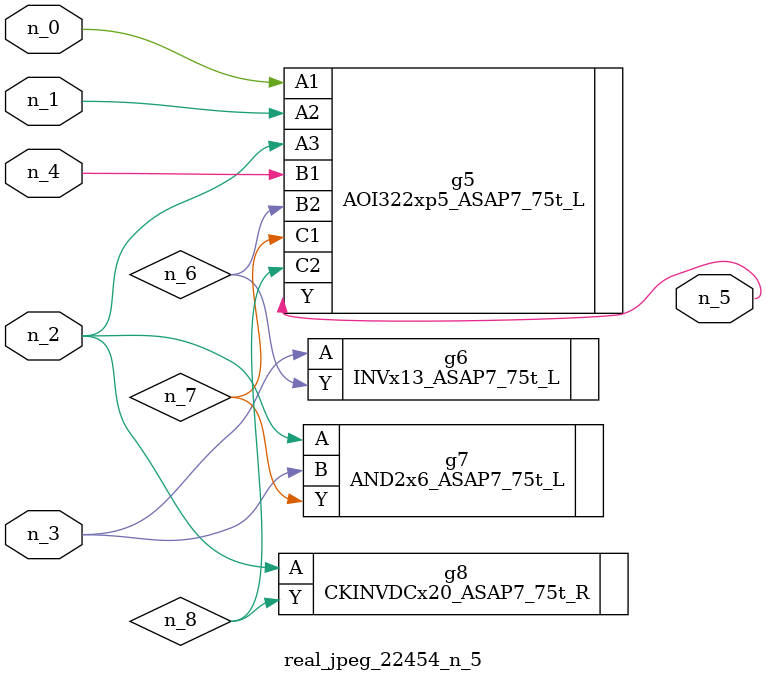
<source format=v>
module real_jpeg_22454_n_5 (n_4, n_0, n_1, n_2, n_3, n_5);

input n_4;
input n_0;
input n_1;
input n_2;
input n_3;

output n_5;

wire n_8;
wire n_6;
wire n_7;

AOI322xp5_ASAP7_75t_L g5 ( 
.A1(n_0),
.A2(n_1),
.A3(n_2),
.B1(n_4),
.B2(n_6),
.C1(n_7),
.C2(n_8),
.Y(n_5)
);

AND2x6_ASAP7_75t_L g7 ( 
.A(n_2),
.B(n_3),
.Y(n_7)
);

CKINVDCx20_ASAP7_75t_R g8 ( 
.A(n_2),
.Y(n_8)
);

INVx13_ASAP7_75t_L g6 ( 
.A(n_3),
.Y(n_6)
);


endmodule
</source>
